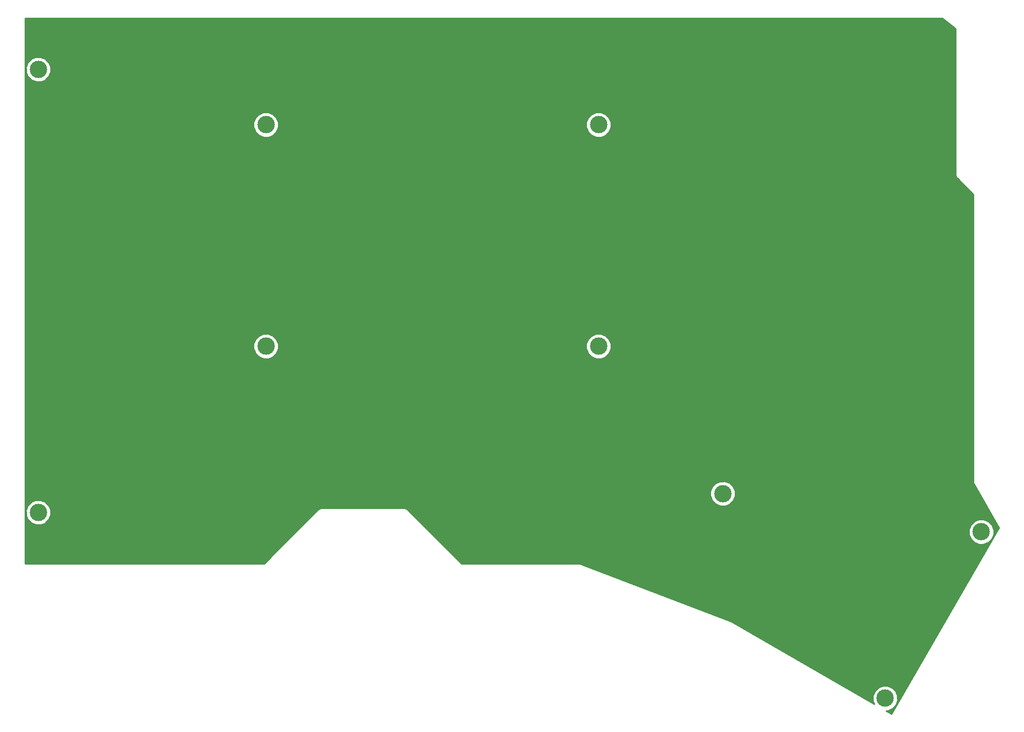
<source format=gbr>
G04 #@! TF.GenerationSoftware,KiCad,Pcbnew,(5.0.0)*
G04 #@! TF.CreationDate,2019-01-26T20:43:56+09:00*
G04 #@! TF.ProjectId,Manta60BLE_Bottom,4D616E74613630424C455F426F74746F,rev?*
G04 #@! TF.SameCoordinates,Original*
G04 #@! TF.FileFunction,Copper,L2,Bot,Signal*
G04 #@! TF.FilePolarity,Positive*
%FSLAX46Y46*%
G04 Gerber Fmt 4.6, Leading zero omitted, Abs format (unit mm)*
G04 Created by KiCad (PCBNEW (5.0.0)) date 01/26/19 20:43:56*
%MOMM*%
%LPD*%
G01*
G04 APERTURE LIST*
G04 #@! TA.AperFunction,ComponentPad*
%ADD10C,3.000000*%
G04 #@! TD*
G04 #@! TA.AperFunction,NonConductor*
%ADD11C,0.254000*%
G04 #@! TD*
G04 APERTURE END LIST*
D10*
G04 #@! TO.P,H\002A\002A,*
G04 #@! TO.N,*
X205494350Y-122386200D03*
G04 #@! TD*
G04 #@! TO.P,H\002A\002A,*
G04 #@! TO.N,*
X82584350Y-90476200D03*
G04 #@! TD*
G04 #@! TO.P,H\002A\002A,*
G04 #@! TO.N,*
X188974350Y-151006200D03*
G04 #@! TD*
G04 #@! TO.P,H\002A\002A,*
G04 #@! TO.N,*
X139734350Y-90476200D03*
G04 #@! TD*
G04 #@! TO.P,H\002A\002A,*
G04 #@! TO.N,*
X161074350Y-115816200D03*
G04 #@! TD*
G04 #@! TO.P,H\002A\002A,*
G04 #@! TO.N,*
X139734350Y-52376200D03*
G04 #@! TD*
G04 #@! TO.P,H\002A\002A,*
G04 #@! TO.N,*
X82584350Y-52376200D03*
G04 #@! TD*
G04 #@! TO.P,H\002A\002A,*
G04 #@! TO.N,*
X43474350Y-42856200D03*
G04 #@! TD*
G04 #@! TO.P,H\002A\002A,*
G04 #@! TO.N,*
X43474350Y-119056200D03*
G04 #@! TD*
D11*
G36*
X198789538Y-34072482D02*
X201099451Y-35857415D01*
X201099450Y-60949085D01*
X201085063Y-61019401D01*
X201099450Y-61093855D01*
X201099450Y-61095887D01*
X201113198Y-61165001D01*
X201140538Y-61306490D01*
X201141688Y-61308232D01*
X201142096Y-61310282D01*
X201222283Y-61430291D01*
X201260987Y-61488907D01*
X201262411Y-61490346D01*
X201304545Y-61553405D01*
X201364229Y-61593284D01*
X204099451Y-64358596D01*
X204099450Y-110976707D01*
X204084451Y-111052112D01*
X204084450Y-113800887D01*
X204127096Y-114015282D01*
X204289545Y-114258405D01*
X204290568Y-114259089D01*
X208511429Y-121687581D01*
X190034428Y-153690466D01*
X189083093Y-153141200D01*
X189399028Y-153141200D01*
X189418580Y-153133101D01*
X189439737Y-153132697D01*
X190148932Y-152838939D01*
X190154220Y-152828389D01*
X190183730Y-152816166D01*
X190784316Y-152215580D01*
X190796539Y-152186070D01*
X190807089Y-152180782D01*
X190954627Y-151804412D01*
X191109350Y-151430878D01*
X191109350Y-151409714D01*
X191117073Y-151390013D01*
X191109350Y-150985824D01*
X191109350Y-150581522D01*
X191101251Y-150561970D01*
X191100847Y-150540813D01*
X190807089Y-149831618D01*
X190796539Y-149826330D01*
X190784316Y-149796820D01*
X190183730Y-149196234D01*
X190154220Y-149184011D01*
X190148932Y-149173461D01*
X189772562Y-149025923D01*
X189399028Y-148871200D01*
X189377864Y-148871200D01*
X189358163Y-148863477D01*
X188953974Y-148871200D01*
X188549672Y-148871200D01*
X188530120Y-148879299D01*
X188508963Y-148879703D01*
X187799768Y-149173461D01*
X187794480Y-149184011D01*
X187764970Y-149196234D01*
X187164384Y-149796820D01*
X187152161Y-149826330D01*
X187141611Y-149831618D01*
X186994073Y-150207988D01*
X186839350Y-150581522D01*
X186839350Y-150602686D01*
X186831627Y-150622387D01*
X186839350Y-151026576D01*
X186839350Y-151430878D01*
X186847449Y-151450430D01*
X186847853Y-151471587D01*
X187054221Y-151969804D01*
X162588543Y-137844217D01*
X162424906Y-137741498D01*
X136685882Y-127929301D01*
X136633402Y-127894217D01*
X136550578Y-127877721D01*
X136540626Y-127873927D01*
X136479659Y-127863596D01*
X136419018Y-127851518D01*
X136408368Y-127851515D01*
X136325104Y-127837406D01*
X136263566Y-127851480D01*
X116222153Y-127846575D01*
X110382876Y-122002387D01*
X203351627Y-122002387D01*
X203359350Y-122406576D01*
X203359350Y-122810878D01*
X203367449Y-122830430D01*
X203367853Y-122851587D01*
X203661611Y-123560782D01*
X203672161Y-123566070D01*
X203684384Y-123595580D01*
X204284970Y-124196166D01*
X204314480Y-124208389D01*
X204319768Y-124218939D01*
X204696138Y-124366477D01*
X205069672Y-124521200D01*
X205090836Y-124521200D01*
X205110537Y-124528923D01*
X205514726Y-124521200D01*
X205919028Y-124521200D01*
X205938580Y-124513101D01*
X205959737Y-124512697D01*
X206668932Y-124218939D01*
X206674220Y-124208389D01*
X206703730Y-124196166D01*
X207304316Y-123595580D01*
X207316539Y-123566070D01*
X207327089Y-123560782D01*
X207474627Y-123184412D01*
X207629350Y-122810878D01*
X207629350Y-122789714D01*
X207637073Y-122770013D01*
X207629350Y-122365824D01*
X207629350Y-121961522D01*
X207621251Y-121941970D01*
X207620847Y-121920813D01*
X207327089Y-121211618D01*
X207316539Y-121206330D01*
X207304316Y-121176820D01*
X206703730Y-120576234D01*
X206674220Y-120564011D01*
X206668932Y-120553461D01*
X206292562Y-120405923D01*
X205919028Y-120251200D01*
X205897864Y-120251200D01*
X205878163Y-120243477D01*
X205473974Y-120251200D01*
X205069672Y-120251200D01*
X205050120Y-120259299D01*
X205028963Y-120259703D01*
X204319768Y-120553461D01*
X204314480Y-120564011D01*
X204284970Y-120576234D01*
X203684384Y-121176820D01*
X203672161Y-121206330D01*
X203661611Y-121211618D01*
X203514073Y-121587988D01*
X203359350Y-121961522D01*
X203359350Y-121982686D01*
X203351627Y-122002387D01*
X110382876Y-122002387D01*
X106977448Y-118594095D01*
X106936355Y-118532595D01*
X106813498Y-118450505D01*
X106693523Y-118370267D01*
X106693368Y-118370236D01*
X106693233Y-118370146D01*
X106548323Y-118341322D01*
X106406765Y-118313102D01*
X106334222Y-118327500D01*
X92211898Y-118327500D01*
X92109349Y-118307102D01*
X91822567Y-118364146D01*
X91640812Y-118485591D01*
X91627966Y-118498437D01*
X91576845Y-118532595D01*
X91542687Y-118583716D01*
X82273904Y-127852500D01*
X41209350Y-127852500D01*
X41209350Y-118672387D01*
X41331627Y-118672387D01*
X41339350Y-119076576D01*
X41339350Y-119480878D01*
X41347449Y-119500430D01*
X41347853Y-119521587D01*
X41641611Y-120230782D01*
X41652161Y-120236070D01*
X41664384Y-120265580D01*
X42264970Y-120866166D01*
X42294480Y-120878389D01*
X42299768Y-120888939D01*
X42676138Y-121036477D01*
X43049672Y-121191200D01*
X43070836Y-121191200D01*
X43090537Y-121198923D01*
X43494726Y-121191200D01*
X43899028Y-121191200D01*
X43918580Y-121183101D01*
X43939737Y-121182697D01*
X44648932Y-120888939D01*
X44654220Y-120878389D01*
X44683730Y-120866166D01*
X45284316Y-120265580D01*
X45296539Y-120236070D01*
X45307089Y-120230782D01*
X45454627Y-119854412D01*
X45609350Y-119480878D01*
X45609350Y-119459714D01*
X45617073Y-119440013D01*
X45609350Y-119035824D01*
X45609350Y-118631522D01*
X45601251Y-118611970D01*
X45600847Y-118590813D01*
X45307089Y-117881618D01*
X45296539Y-117876330D01*
X45284316Y-117846820D01*
X44683730Y-117246234D01*
X44654220Y-117234011D01*
X44648932Y-117223461D01*
X44272562Y-117075923D01*
X43899028Y-116921200D01*
X43877864Y-116921200D01*
X43858163Y-116913477D01*
X43453974Y-116921200D01*
X43049672Y-116921200D01*
X43030120Y-116929299D01*
X43008963Y-116929703D01*
X42299768Y-117223461D01*
X42294480Y-117234011D01*
X42264970Y-117246234D01*
X41664384Y-117846820D01*
X41652161Y-117876330D01*
X41641611Y-117881618D01*
X41494073Y-118257988D01*
X41339350Y-118631522D01*
X41339350Y-118652686D01*
X41331627Y-118672387D01*
X41209350Y-118672387D01*
X41209350Y-115432387D01*
X158931627Y-115432387D01*
X158939350Y-115836576D01*
X158939350Y-116240878D01*
X158947449Y-116260430D01*
X158947853Y-116281587D01*
X159241611Y-116990782D01*
X159252161Y-116996070D01*
X159264384Y-117025580D01*
X159864970Y-117626166D01*
X159894480Y-117638389D01*
X159899768Y-117648939D01*
X160276138Y-117796477D01*
X160649672Y-117951200D01*
X160670836Y-117951200D01*
X160690537Y-117958923D01*
X161094726Y-117951200D01*
X161499028Y-117951200D01*
X161518580Y-117943101D01*
X161539737Y-117942697D01*
X162248932Y-117648939D01*
X162254220Y-117638389D01*
X162283730Y-117626166D01*
X162884316Y-117025580D01*
X162896539Y-116996070D01*
X162907089Y-116990782D01*
X163054627Y-116614412D01*
X163209350Y-116240878D01*
X163209350Y-116219714D01*
X163217073Y-116200013D01*
X163209350Y-115795824D01*
X163209350Y-115391522D01*
X163201251Y-115371970D01*
X163200847Y-115350813D01*
X162907089Y-114641618D01*
X162896539Y-114636330D01*
X162884316Y-114606820D01*
X162283730Y-114006234D01*
X162254220Y-113994011D01*
X162248932Y-113983461D01*
X161872562Y-113835923D01*
X161499028Y-113681200D01*
X161477864Y-113681200D01*
X161458163Y-113673477D01*
X161053974Y-113681200D01*
X160649672Y-113681200D01*
X160630120Y-113689299D01*
X160608963Y-113689703D01*
X159899768Y-113983461D01*
X159894480Y-113994011D01*
X159864970Y-114006234D01*
X159264384Y-114606820D01*
X159252161Y-114636330D01*
X159241611Y-114641618D01*
X159094073Y-115017988D01*
X158939350Y-115391522D01*
X158939350Y-115412686D01*
X158931627Y-115432387D01*
X41209350Y-115432387D01*
X41209350Y-90092387D01*
X80441627Y-90092387D01*
X80449350Y-90496576D01*
X80449350Y-90900878D01*
X80457449Y-90920430D01*
X80457853Y-90941587D01*
X80751611Y-91650782D01*
X80762161Y-91656070D01*
X80774384Y-91685580D01*
X81374970Y-92286166D01*
X81404480Y-92298389D01*
X81409768Y-92308939D01*
X81786138Y-92456477D01*
X82159672Y-92611200D01*
X82180836Y-92611200D01*
X82200537Y-92618923D01*
X82604726Y-92611200D01*
X83009028Y-92611200D01*
X83028580Y-92603101D01*
X83049737Y-92602697D01*
X83758932Y-92308939D01*
X83764220Y-92298389D01*
X83793730Y-92286166D01*
X84394316Y-91685580D01*
X84406539Y-91656070D01*
X84417089Y-91650782D01*
X84564627Y-91274412D01*
X84719350Y-90900878D01*
X84719350Y-90879714D01*
X84727073Y-90860013D01*
X84719350Y-90455824D01*
X84719350Y-90092387D01*
X137591627Y-90092387D01*
X137599350Y-90496576D01*
X137599350Y-90900878D01*
X137607449Y-90920430D01*
X137607853Y-90941587D01*
X137901611Y-91650782D01*
X137912161Y-91656070D01*
X137924384Y-91685580D01*
X138524970Y-92286166D01*
X138554480Y-92298389D01*
X138559768Y-92308939D01*
X138936138Y-92456477D01*
X139309672Y-92611200D01*
X139330836Y-92611200D01*
X139350537Y-92618923D01*
X139754726Y-92611200D01*
X140159028Y-92611200D01*
X140178580Y-92603101D01*
X140199737Y-92602697D01*
X140908932Y-92308939D01*
X140914220Y-92298389D01*
X140943730Y-92286166D01*
X141544316Y-91685580D01*
X141556539Y-91656070D01*
X141567089Y-91650782D01*
X141714627Y-91274412D01*
X141869350Y-90900878D01*
X141869350Y-90879714D01*
X141877073Y-90860013D01*
X141869350Y-90455824D01*
X141869350Y-90051522D01*
X141861251Y-90031970D01*
X141860847Y-90010813D01*
X141567089Y-89301618D01*
X141556539Y-89296330D01*
X141544316Y-89266820D01*
X140943730Y-88666234D01*
X140914220Y-88654011D01*
X140908932Y-88643461D01*
X140532562Y-88495923D01*
X140159028Y-88341200D01*
X140137864Y-88341200D01*
X140118163Y-88333477D01*
X139713974Y-88341200D01*
X139309672Y-88341200D01*
X139290120Y-88349299D01*
X139268963Y-88349703D01*
X138559768Y-88643461D01*
X138554480Y-88654011D01*
X138524970Y-88666234D01*
X137924384Y-89266820D01*
X137912161Y-89296330D01*
X137901611Y-89301618D01*
X137754073Y-89677988D01*
X137599350Y-90051522D01*
X137599350Y-90072686D01*
X137591627Y-90092387D01*
X84719350Y-90092387D01*
X84719350Y-90051522D01*
X84711251Y-90031970D01*
X84710847Y-90010813D01*
X84417089Y-89301618D01*
X84406539Y-89296330D01*
X84394316Y-89266820D01*
X83793730Y-88666234D01*
X83764220Y-88654011D01*
X83758932Y-88643461D01*
X83382562Y-88495923D01*
X83009028Y-88341200D01*
X82987864Y-88341200D01*
X82968163Y-88333477D01*
X82563974Y-88341200D01*
X82159672Y-88341200D01*
X82140120Y-88349299D01*
X82118963Y-88349703D01*
X81409768Y-88643461D01*
X81404480Y-88654011D01*
X81374970Y-88666234D01*
X80774384Y-89266820D01*
X80762161Y-89296330D01*
X80751611Y-89301618D01*
X80604073Y-89677988D01*
X80449350Y-90051522D01*
X80449350Y-90072686D01*
X80441627Y-90092387D01*
X41209350Y-90092387D01*
X41209350Y-51992387D01*
X80441627Y-51992387D01*
X80449350Y-52396576D01*
X80449350Y-52800878D01*
X80457449Y-52820430D01*
X80457853Y-52841587D01*
X80751611Y-53550782D01*
X80762161Y-53556070D01*
X80774384Y-53585580D01*
X81374970Y-54186166D01*
X81404480Y-54198389D01*
X81409768Y-54208939D01*
X81786138Y-54356477D01*
X82159672Y-54511200D01*
X82180836Y-54511200D01*
X82200537Y-54518923D01*
X82604726Y-54511200D01*
X83009028Y-54511200D01*
X83028580Y-54503101D01*
X83049737Y-54502697D01*
X83758932Y-54208939D01*
X83764220Y-54198389D01*
X83793730Y-54186166D01*
X84394316Y-53585580D01*
X84406539Y-53556070D01*
X84417089Y-53550782D01*
X84564627Y-53174412D01*
X84719350Y-52800878D01*
X84719350Y-52779714D01*
X84727073Y-52760013D01*
X84719350Y-52355824D01*
X84719350Y-51992387D01*
X137591627Y-51992387D01*
X137599350Y-52396576D01*
X137599350Y-52800878D01*
X137607449Y-52820430D01*
X137607853Y-52841587D01*
X137901611Y-53550782D01*
X137912161Y-53556070D01*
X137924384Y-53585580D01*
X138524970Y-54186166D01*
X138554480Y-54198389D01*
X138559768Y-54208939D01*
X138936138Y-54356477D01*
X139309672Y-54511200D01*
X139330836Y-54511200D01*
X139350537Y-54518923D01*
X139754726Y-54511200D01*
X140159028Y-54511200D01*
X140178580Y-54503101D01*
X140199737Y-54502697D01*
X140908932Y-54208939D01*
X140914220Y-54198389D01*
X140943730Y-54186166D01*
X141544316Y-53585580D01*
X141556539Y-53556070D01*
X141567089Y-53550782D01*
X141714627Y-53174412D01*
X141869350Y-52800878D01*
X141869350Y-52779714D01*
X141877073Y-52760013D01*
X141869350Y-52355824D01*
X141869350Y-51951522D01*
X141861251Y-51931970D01*
X141860847Y-51910813D01*
X141567089Y-51201618D01*
X141556539Y-51196330D01*
X141544316Y-51166820D01*
X140943730Y-50566234D01*
X140914220Y-50554011D01*
X140908932Y-50543461D01*
X140532562Y-50395923D01*
X140159028Y-50241200D01*
X140137864Y-50241200D01*
X140118163Y-50233477D01*
X139713974Y-50241200D01*
X139309672Y-50241200D01*
X139290120Y-50249299D01*
X139268963Y-50249703D01*
X138559768Y-50543461D01*
X138554480Y-50554011D01*
X138524970Y-50566234D01*
X137924384Y-51166820D01*
X137912161Y-51196330D01*
X137901611Y-51201618D01*
X137754073Y-51577988D01*
X137599350Y-51951522D01*
X137599350Y-51972686D01*
X137591627Y-51992387D01*
X84719350Y-51992387D01*
X84719350Y-51951522D01*
X84711251Y-51931970D01*
X84710847Y-51910813D01*
X84417089Y-51201618D01*
X84406539Y-51196330D01*
X84394316Y-51166820D01*
X83793730Y-50566234D01*
X83764220Y-50554011D01*
X83758932Y-50543461D01*
X83382562Y-50395923D01*
X83009028Y-50241200D01*
X82987864Y-50241200D01*
X82968163Y-50233477D01*
X82563974Y-50241200D01*
X82159672Y-50241200D01*
X82140120Y-50249299D01*
X82118963Y-50249703D01*
X81409768Y-50543461D01*
X81404480Y-50554011D01*
X81374970Y-50566234D01*
X80774384Y-51166820D01*
X80762161Y-51196330D01*
X80751611Y-51201618D01*
X80604073Y-51577988D01*
X80449350Y-51951522D01*
X80449350Y-51972686D01*
X80441627Y-51992387D01*
X41209350Y-51992387D01*
X41209350Y-42472387D01*
X41331627Y-42472387D01*
X41339350Y-42876576D01*
X41339350Y-43280878D01*
X41347449Y-43300430D01*
X41347853Y-43321587D01*
X41641611Y-44030782D01*
X41652161Y-44036070D01*
X41664384Y-44065580D01*
X42264970Y-44666166D01*
X42294480Y-44678389D01*
X42299768Y-44688939D01*
X42676138Y-44836477D01*
X43049672Y-44991200D01*
X43070836Y-44991200D01*
X43090537Y-44998923D01*
X43494726Y-44991200D01*
X43899028Y-44991200D01*
X43918580Y-44983101D01*
X43939737Y-44982697D01*
X44648932Y-44688939D01*
X44654220Y-44678389D01*
X44683730Y-44666166D01*
X45284316Y-44065580D01*
X45296539Y-44036070D01*
X45307089Y-44030782D01*
X45454627Y-43654412D01*
X45609350Y-43280878D01*
X45609350Y-43259714D01*
X45617073Y-43240013D01*
X45609350Y-42835824D01*
X45609350Y-42431522D01*
X45601251Y-42411970D01*
X45600847Y-42390813D01*
X45307089Y-41681618D01*
X45296539Y-41676330D01*
X45284316Y-41646820D01*
X44683730Y-41046234D01*
X44654220Y-41034011D01*
X44648932Y-41023461D01*
X44272562Y-40875923D01*
X43899028Y-40721200D01*
X43877864Y-40721200D01*
X43858163Y-40713477D01*
X43453974Y-40721200D01*
X43049672Y-40721200D01*
X43030120Y-40729299D01*
X43008963Y-40729703D01*
X42299768Y-41023461D01*
X42294480Y-41034011D01*
X42264970Y-41046234D01*
X41664384Y-41646820D01*
X41652161Y-41676330D01*
X41641611Y-41681618D01*
X41494073Y-42057988D01*
X41339350Y-42431522D01*
X41339350Y-42452686D01*
X41331627Y-42472387D01*
X41209350Y-42472387D01*
X41209350Y-34061252D01*
X198789538Y-34072482D01*
X198789538Y-34072482D01*
G37*
X198789538Y-34072482D02*
X201099451Y-35857415D01*
X201099450Y-60949085D01*
X201085063Y-61019401D01*
X201099450Y-61093855D01*
X201099450Y-61095887D01*
X201113198Y-61165001D01*
X201140538Y-61306490D01*
X201141688Y-61308232D01*
X201142096Y-61310282D01*
X201222283Y-61430291D01*
X201260987Y-61488907D01*
X201262411Y-61490346D01*
X201304545Y-61553405D01*
X201364229Y-61593284D01*
X204099451Y-64358596D01*
X204099450Y-110976707D01*
X204084451Y-111052112D01*
X204084450Y-113800887D01*
X204127096Y-114015282D01*
X204289545Y-114258405D01*
X204290568Y-114259089D01*
X208511429Y-121687581D01*
X190034428Y-153690466D01*
X189083093Y-153141200D01*
X189399028Y-153141200D01*
X189418580Y-153133101D01*
X189439737Y-153132697D01*
X190148932Y-152838939D01*
X190154220Y-152828389D01*
X190183730Y-152816166D01*
X190784316Y-152215580D01*
X190796539Y-152186070D01*
X190807089Y-152180782D01*
X190954627Y-151804412D01*
X191109350Y-151430878D01*
X191109350Y-151409714D01*
X191117073Y-151390013D01*
X191109350Y-150985824D01*
X191109350Y-150581522D01*
X191101251Y-150561970D01*
X191100847Y-150540813D01*
X190807089Y-149831618D01*
X190796539Y-149826330D01*
X190784316Y-149796820D01*
X190183730Y-149196234D01*
X190154220Y-149184011D01*
X190148932Y-149173461D01*
X189772562Y-149025923D01*
X189399028Y-148871200D01*
X189377864Y-148871200D01*
X189358163Y-148863477D01*
X188953974Y-148871200D01*
X188549672Y-148871200D01*
X188530120Y-148879299D01*
X188508963Y-148879703D01*
X187799768Y-149173461D01*
X187794480Y-149184011D01*
X187764970Y-149196234D01*
X187164384Y-149796820D01*
X187152161Y-149826330D01*
X187141611Y-149831618D01*
X186994073Y-150207988D01*
X186839350Y-150581522D01*
X186839350Y-150602686D01*
X186831627Y-150622387D01*
X186839350Y-151026576D01*
X186839350Y-151430878D01*
X186847449Y-151450430D01*
X186847853Y-151471587D01*
X187054221Y-151969804D01*
X162588543Y-137844217D01*
X162424906Y-137741498D01*
X136685882Y-127929301D01*
X136633402Y-127894217D01*
X136550578Y-127877721D01*
X136540626Y-127873927D01*
X136479659Y-127863596D01*
X136419018Y-127851518D01*
X136408368Y-127851515D01*
X136325104Y-127837406D01*
X136263566Y-127851480D01*
X116222153Y-127846575D01*
X110382876Y-122002387D01*
X203351627Y-122002387D01*
X203359350Y-122406576D01*
X203359350Y-122810878D01*
X203367449Y-122830430D01*
X203367853Y-122851587D01*
X203661611Y-123560782D01*
X203672161Y-123566070D01*
X203684384Y-123595580D01*
X204284970Y-124196166D01*
X204314480Y-124208389D01*
X204319768Y-124218939D01*
X204696138Y-124366477D01*
X205069672Y-124521200D01*
X205090836Y-124521200D01*
X205110537Y-124528923D01*
X205514726Y-124521200D01*
X205919028Y-124521200D01*
X205938580Y-124513101D01*
X205959737Y-124512697D01*
X206668932Y-124218939D01*
X206674220Y-124208389D01*
X206703730Y-124196166D01*
X207304316Y-123595580D01*
X207316539Y-123566070D01*
X207327089Y-123560782D01*
X207474627Y-123184412D01*
X207629350Y-122810878D01*
X207629350Y-122789714D01*
X207637073Y-122770013D01*
X207629350Y-122365824D01*
X207629350Y-121961522D01*
X207621251Y-121941970D01*
X207620847Y-121920813D01*
X207327089Y-121211618D01*
X207316539Y-121206330D01*
X207304316Y-121176820D01*
X206703730Y-120576234D01*
X206674220Y-120564011D01*
X206668932Y-120553461D01*
X206292562Y-120405923D01*
X205919028Y-120251200D01*
X205897864Y-120251200D01*
X205878163Y-120243477D01*
X205473974Y-120251200D01*
X205069672Y-120251200D01*
X205050120Y-120259299D01*
X205028963Y-120259703D01*
X204319768Y-120553461D01*
X204314480Y-120564011D01*
X204284970Y-120576234D01*
X203684384Y-121176820D01*
X203672161Y-121206330D01*
X203661611Y-121211618D01*
X203514073Y-121587988D01*
X203359350Y-121961522D01*
X203359350Y-121982686D01*
X203351627Y-122002387D01*
X110382876Y-122002387D01*
X106977448Y-118594095D01*
X106936355Y-118532595D01*
X106813498Y-118450505D01*
X106693523Y-118370267D01*
X106693368Y-118370236D01*
X106693233Y-118370146D01*
X106548323Y-118341322D01*
X106406765Y-118313102D01*
X106334222Y-118327500D01*
X92211898Y-118327500D01*
X92109349Y-118307102D01*
X91822567Y-118364146D01*
X91640812Y-118485591D01*
X91627966Y-118498437D01*
X91576845Y-118532595D01*
X91542687Y-118583716D01*
X82273904Y-127852500D01*
X41209350Y-127852500D01*
X41209350Y-118672387D01*
X41331627Y-118672387D01*
X41339350Y-119076576D01*
X41339350Y-119480878D01*
X41347449Y-119500430D01*
X41347853Y-119521587D01*
X41641611Y-120230782D01*
X41652161Y-120236070D01*
X41664384Y-120265580D01*
X42264970Y-120866166D01*
X42294480Y-120878389D01*
X42299768Y-120888939D01*
X42676138Y-121036477D01*
X43049672Y-121191200D01*
X43070836Y-121191200D01*
X43090537Y-121198923D01*
X43494726Y-121191200D01*
X43899028Y-121191200D01*
X43918580Y-121183101D01*
X43939737Y-121182697D01*
X44648932Y-120888939D01*
X44654220Y-120878389D01*
X44683730Y-120866166D01*
X45284316Y-120265580D01*
X45296539Y-120236070D01*
X45307089Y-120230782D01*
X45454627Y-119854412D01*
X45609350Y-119480878D01*
X45609350Y-119459714D01*
X45617073Y-119440013D01*
X45609350Y-119035824D01*
X45609350Y-118631522D01*
X45601251Y-118611970D01*
X45600847Y-118590813D01*
X45307089Y-117881618D01*
X45296539Y-117876330D01*
X45284316Y-117846820D01*
X44683730Y-117246234D01*
X44654220Y-117234011D01*
X44648932Y-117223461D01*
X44272562Y-117075923D01*
X43899028Y-116921200D01*
X43877864Y-116921200D01*
X43858163Y-116913477D01*
X43453974Y-116921200D01*
X43049672Y-116921200D01*
X43030120Y-116929299D01*
X43008963Y-116929703D01*
X42299768Y-117223461D01*
X42294480Y-117234011D01*
X42264970Y-117246234D01*
X41664384Y-117846820D01*
X41652161Y-117876330D01*
X41641611Y-117881618D01*
X41494073Y-118257988D01*
X41339350Y-118631522D01*
X41339350Y-118652686D01*
X41331627Y-118672387D01*
X41209350Y-118672387D01*
X41209350Y-115432387D01*
X158931627Y-115432387D01*
X158939350Y-115836576D01*
X158939350Y-116240878D01*
X158947449Y-116260430D01*
X158947853Y-116281587D01*
X159241611Y-116990782D01*
X159252161Y-116996070D01*
X159264384Y-117025580D01*
X159864970Y-117626166D01*
X159894480Y-117638389D01*
X159899768Y-117648939D01*
X160276138Y-117796477D01*
X160649672Y-117951200D01*
X160670836Y-117951200D01*
X160690537Y-117958923D01*
X161094726Y-117951200D01*
X161499028Y-117951200D01*
X161518580Y-117943101D01*
X161539737Y-117942697D01*
X162248932Y-117648939D01*
X162254220Y-117638389D01*
X162283730Y-117626166D01*
X162884316Y-117025580D01*
X162896539Y-116996070D01*
X162907089Y-116990782D01*
X163054627Y-116614412D01*
X163209350Y-116240878D01*
X163209350Y-116219714D01*
X163217073Y-116200013D01*
X163209350Y-115795824D01*
X163209350Y-115391522D01*
X163201251Y-115371970D01*
X163200847Y-115350813D01*
X162907089Y-114641618D01*
X162896539Y-114636330D01*
X162884316Y-114606820D01*
X162283730Y-114006234D01*
X162254220Y-113994011D01*
X162248932Y-113983461D01*
X161872562Y-113835923D01*
X161499028Y-113681200D01*
X161477864Y-113681200D01*
X161458163Y-113673477D01*
X161053974Y-113681200D01*
X160649672Y-113681200D01*
X160630120Y-113689299D01*
X160608963Y-113689703D01*
X159899768Y-113983461D01*
X159894480Y-113994011D01*
X159864970Y-114006234D01*
X159264384Y-114606820D01*
X159252161Y-114636330D01*
X159241611Y-114641618D01*
X159094073Y-115017988D01*
X158939350Y-115391522D01*
X158939350Y-115412686D01*
X158931627Y-115432387D01*
X41209350Y-115432387D01*
X41209350Y-90092387D01*
X80441627Y-90092387D01*
X80449350Y-90496576D01*
X80449350Y-90900878D01*
X80457449Y-90920430D01*
X80457853Y-90941587D01*
X80751611Y-91650782D01*
X80762161Y-91656070D01*
X80774384Y-91685580D01*
X81374970Y-92286166D01*
X81404480Y-92298389D01*
X81409768Y-92308939D01*
X81786138Y-92456477D01*
X82159672Y-92611200D01*
X82180836Y-92611200D01*
X82200537Y-92618923D01*
X82604726Y-92611200D01*
X83009028Y-92611200D01*
X83028580Y-92603101D01*
X83049737Y-92602697D01*
X83758932Y-92308939D01*
X83764220Y-92298389D01*
X83793730Y-92286166D01*
X84394316Y-91685580D01*
X84406539Y-91656070D01*
X84417089Y-91650782D01*
X84564627Y-91274412D01*
X84719350Y-90900878D01*
X84719350Y-90879714D01*
X84727073Y-90860013D01*
X84719350Y-90455824D01*
X84719350Y-90092387D01*
X137591627Y-90092387D01*
X137599350Y-90496576D01*
X137599350Y-90900878D01*
X137607449Y-90920430D01*
X137607853Y-90941587D01*
X137901611Y-91650782D01*
X137912161Y-91656070D01*
X137924384Y-91685580D01*
X138524970Y-92286166D01*
X138554480Y-92298389D01*
X138559768Y-92308939D01*
X138936138Y-92456477D01*
X139309672Y-92611200D01*
X139330836Y-92611200D01*
X139350537Y-92618923D01*
X139754726Y-92611200D01*
X140159028Y-92611200D01*
X140178580Y-92603101D01*
X140199737Y-92602697D01*
X140908932Y-92308939D01*
X140914220Y-92298389D01*
X140943730Y-92286166D01*
X141544316Y-91685580D01*
X141556539Y-91656070D01*
X141567089Y-91650782D01*
X141714627Y-91274412D01*
X141869350Y-90900878D01*
X141869350Y-90879714D01*
X141877073Y-90860013D01*
X141869350Y-90455824D01*
X141869350Y-90051522D01*
X141861251Y-90031970D01*
X141860847Y-90010813D01*
X141567089Y-89301618D01*
X141556539Y-89296330D01*
X141544316Y-89266820D01*
X140943730Y-88666234D01*
X140914220Y-88654011D01*
X140908932Y-88643461D01*
X140532562Y-88495923D01*
X140159028Y-88341200D01*
X140137864Y-88341200D01*
X140118163Y-88333477D01*
X139713974Y-88341200D01*
X139309672Y-88341200D01*
X139290120Y-88349299D01*
X139268963Y-88349703D01*
X138559768Y-88643461D01*
X138554480Y-88654011D01*
X138524970Y-88666234D01*
X137924384Y-89266820D01*
X137912161Y-89296330D01*
X137901611Y-89301618D01*
X137754073Y-89677988D01*
X137599350Y-90051522D01*
X137599350Y-90072686D01*
X137591627Y-90092387D01*
X84719350Y-90092387D01*
X84719350Y-90051522D01*
X84711251Y-90031970D01*
X84710847Y-90010813D01*
X84417089Y-89301618D01*
X84406539Y-89296330D01*
X84394316Y-89266820D01*
X83793730Y-88666234D01*
X83764220Y-88654011D01*
X83758932Y-88643461D01*
X83382562Y-88495923D01*
X83009028Y-88341200D01*
X82987864Y-88341200D01*
X82968163Y-88333477D01*
X82563974Y-88341200D01*
X82159672Y-88341200D01*
X82140120Y-88349299D01*
X82118963Y-88349703D01*
X81409768Y-88643461D01*
X81404480Y-88654011D01*
X81374970Y-88666234D01*
X80774384Y-89266820D01*
X80762161Y-89296330D01*
X80751611Y-89301618D01*
X80604073Y-89677988D01*
X80449350Y-90051522D01*
X80449350Y-90072686D01*
X80441627Y-90092387D01*
X41209350Y-90092387D01*
X41209350Y-51992387D01*
X80441627Y-51992387D01*
X80449350Y-52396576D01*
X80449350Y-52800878D01*
X80457449Y-52820430D01*
X80457853Y-52841587D01*
X80751611Y-53550782D01*
X80762161Y-53556070D01*
X80774384Y-53585580D01*
X81374970Y-54186166D01*
X81404480Y-54198389D01*
X81409768Y-54208939D01*
X81786138Y-54356477D01*
X82159672Y-54511200D01*
X82180836Y-54511200D01*
X82200537Y-54518923D01*
X82604726Y-54511200D01*
X83009028Y-54511200D01*
X83028580Y-54503101D01*
X83049737Y-54502697D01*
X83758932Y-54208939D01*
X83764220Y-54198389D01*
X83793730Y-54186166D01*
X84394316Y-53585580D01*
X84406539Y-53556070D01*
X84417089Y-53550782D01*
X84564627Y-53174412D01*
X84719350Y-52800878D01*
X84719350Y-52779714D01*
X84727073Y-52760013D01*
X84719350Y-52355824D01*
X84719350Y-51992387D01*
X137591627Y-51992387D01*
X137599350Y-52396576D01*
X137599350Y-52800878D01*
X137607449Y-52820430D01*
X137607853Y-52841587D01*
X137901611Y-53550782D01*
X137912161Y-53556070D01*
X137924384Y-53585580D01*
X138524970Y-54186166D01*
X138554480Y-54198389D01*
X138559768Y-54208939D01*
X138936138Y-54356477D01*
X139309672Y-54511200D01*
X139330836Y-54511200D01*
X139350537Y-54518923D01*
X139754726Y-54511200D01*
X140159028Y-54511200D01*
X140178580Y-54503101D01*
X140199737Y-54502697D01*
X140908932Y-54208939D01*
X140914220Y-54198389D01*
X140943730Y-54186166D01*
X141544316Y-53585580D01*
X141556539Y-53556070D01*
X141567089Y-53550782D01*
X141714627Y-53174412D01*
X141869350Y-52800878D01*
X141869350Y-52779714D01*
X141877073Y-52760013D01*
X141869350Y-52355824D01*
X141869350Y-51951522D01*
X141861251Y-51931970D01*
X141860847Y-51910813D01*
X141567089Y-51201618D01*
X141556539Y-51196330D01*
X141544316Y-51166820D01*
X140943730Y-50566234D01*
X140914220Y-50554011D01*
X140908932Y-50543461D01*
X140532562Y-50395923D01*
X140159028Y-50241200D01*
X140137864Y-50241200D01*
X140118163Y-50233477D01*
X139713974Y-50241200D01*
X139309672Y-50241200D01*
X139290120Y-50249299D01*
X139268963Y-50249703D01*
X138559768Y-50543461D01*
X138554480Y-50554011D01*
X138524970Y-50566234D01*
X137924384Y-51166820D01*
X137912161Y-51196330D01*
X137901611Y-51201618D01*
X137754073Y-51577988D01*
X137599350Y-51951522D01*
X137599350Y-51972686D01*
X137591627Y-51992387D01*
X84719350Y-51992387D01*
X84719350Y-51951522D01*
X84711251Y-51931970D01*
X84710847Y-51910813D01*
X84417089Y-51201618D01*
X84406539Y-51196330D01*
X84394316Y-51166820D01*
X83793730Y-50566234D01*
X83764220Y-50554011D01*
X83758932Y-50543461D01*
X83382562Y-50395923D01*
X83009028Y-50241200D01*
X82987864Y-50241200D01*
X82968163Y-50233477D01*
X82563974Y-50241200D01*
X82159672Y-50241200D01*
X82140120Y-50249299D01*
X82118963Y-50249703D01*
X81409768Y-50543461D01*
X81404480Y-50554011D01*
X81374970Y-50566234D01*
X80774384Y-51166820D01*
X80762161Y-51196330D01*
X80751611Y-51201618D01*
X80604073Y-51577988D01*
X80449350Y-51951522D01*
X80449350Y-51972686D01*
X80441627Y-51992387D01*
X41209350Y-51992387D01*
X41209350Y-42472387D01*
X41331627Y-42472387D01*
X41339350Y-42876576D01*
X41339350Y-43280878D01*
X41347449Y-43300430D01*
X41347853Y-43321587D01*
X41641611Y-44030782D01*
X41652161Y-44036070D01*
X41664384Y-44065580D01*
X42264970Y-44666166D01*
X42294480Y-44678389D01*
X42299768Y-44688939D01*
X42676138Y-44836477D01*
X43049672Y-44991200D01*
X43070836Y-44991200D01*
X43090537Y-44998923D01*
X43494726Y-44991200D01*
X43899028Y-44991200D01*
X43918580Y-44983101D01*
X43939737Y-44982697D01*
X44648932Y-44688939D01*
X44654220Y-44678389D01*
X44683730Y-44666166D01*
X45284316Y-44065580D01*
X45296539Y-44036070D01*
X45307089Y-44030782D01*
X45454627Y-43654412D01*
X45609350Y-43280878D01*
X45609350Y-43259714D01*
X45617073Y-43240013D01*
X45609350Y-42835824D01*
X45609350Y-42431522D01*
X45601251Y-42411970D01*
X45600847Y-42390813D01*
X45307089Y-41681618D01*
X45296539Y-41676330D01*
X45284316Y-41646820D01*
X44683730Y-41046234D01*
X44654220Y-41034011D01*
X44648932Y-41023461D01*
X44272562Y-40875923D01*
X43899028Y-40721200D01*
X43877864Y-40721200D01*
X43858163Y-40713477D01*
X43453974Y-40721200D01*
X43049672Y-40721200D01*
X43030120Y-40729299D01*
X43008963Y-40729703D01*
X42299768Y-41023461D01*
X42294480Y-41034011D01*
X42264970Y-41046234D01*
X41664384Y-41646820D01*
X41652161Y-41676330D01*
X41641611Y-41681618D01*
X41494073Y-42057988D01*
X41339350Y-42431522D01*
X41339350Y-42452686D01*
X41331627Y-42472387D01*
X41209350Y-42472387D01*
X41209350Y-34061252D01*
X198789538Y-34072482D01*
M02*

</source>
